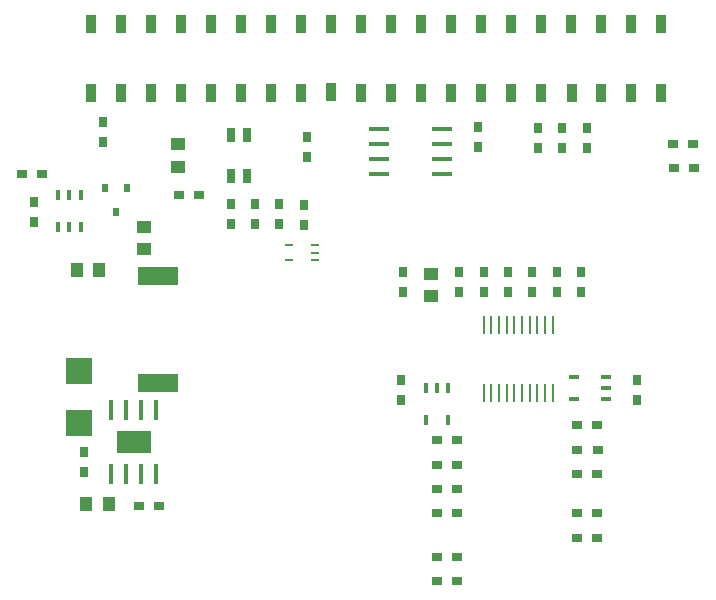
<source format=gbr>
G04 DipTrace 2.4.0.2*
%INTopPaste.gbr*%
%MOIN*%
%ADD40R,0.0315X0.0354*%
%ADD43R,0.0157X0.0709*%
%ADD50R,0.0354X0.0157*%
%ADD58R,0.0276X0.0079*%
%ADD60R,0.0709X0.0157*%
%ADD62R,0.1181X0.0748*%
%ADD65R,0.0315X0.0512*%
%ADD66R,0.0157X0.0354*%
%ADD67R,0.0079X0.063*%
%ADD71R,0.0236X0.0276*%
%ADD74R,0.1339X0.0591*%
%ADD86R,0.0323X0.063*%
%ADD92R,0.0866X0.0866*%
%ADD94R,0.0433X0.0512*%
%ADD96R,0.0512X0.0433*%
%ADD99R,0.0354X0.0315*%
%FSLAX44Y44*%
G04*
G70*
G90*
G75*
G01*
%LNTopPaste*%
%LPD*%
D99*
X18750Y7183D3*
X19419D3*
X24106Y8621D3*
X23437D3*
X23441Y11558D3*
X24110D3*
X23437Y10746D3*
X24106D3*
X18750Y9433D3*
X19419D3*
X18768Y10246D3*
X19437D3*
Y11058D3*
X18768D3*
D40*
X19500Y16808D3*
Y17477D3*
D96*
X18562Y16683D3*
Y17431D3*
D40*
X20312Y17496D3*
Y16826D3*
X25437Y13871D3*
Y13201D3*
D99*
X23437Y12371D3*
X24106D3*
D40*
X17562Y13871D3*
Y13201D3*
D99*
X19437Y11871D3*
X18768D3*
D40*
X20125Y22308D3*
Y21639D3*
D94*
X7812Y9746D3*
X7064D3*
D96*
X9000Y18246D3*
Y18994D3*
D94*
X7500Y17558D3*
X6751D3*
D40*
X7000Y10808D3*
Y11477D3*
X7625Y22477D3*
Y21808D3*
X14437Y21996D3*
Y21326D3*
D92*
X6812Y14183D3*
Y12451D3*
D86*
X26232Y25759D3*
X25232D3*
X24232D3*
X23232D3*
X22232D3*
X21232D3*
X20232D3*
X19232D3*
X18232D3*
X17232D3*
X16232D3*
X15232D3*
X14232D3*
X13232D3*
X12232D3*
X11232D3*
X10232D3*
X9232D3*
X8232D3*
X7232D3*
Y23455D3*
X8232D3*
X9232D3*
X10232D3*
X11232D3*
X12232D3*
X13232D3*
X14232D3*
X15232Y23485D3*
X16232Y23455D3*
X17232D3*
X18232D3*
X19232D3*
X20232D3*
X21232D3*
X22232D3*
X23262D3*
X24232D3*
X25232D3*
X26232D3*
D74*
X9468Y13797D3*
Y17340D3*
D96*
X10125Y20996D3*
Y21744D3*
D65*
X11886Y22061D3*
Y20683D3*
X12437D3*
Y22061D3*
D71*
X8062Y19496D3*
X8436Y20283D3*
X7688D3*
D99*
X18750Y7996D3*
X19419D3*
X24106Y9433D3*
X23437D3*
D40*
X22125Y21621D3*
Y22290D3*
X22937Y21621D3*
Y22290D3*
X23750Y21621D3*
Y22290D3*
X21125Y17496D3*
Y16826D3*
X23562Y17496D3*
Y16826D3*
D99*
X9500Y9683D3*
X8830D3*
X4937Y20746D3*
X5606D3*
D40*
X5312Y19808D3*
Y19139D3*
D99*
X26625Y21746D3*
X27294D3*
X10812Y20058D3*
X10143D3*
X27312Y20933D3*
X26643D3*
D40*
X21937Y17477D3*
Y16808D3*
X22750Y17496D3*
Y16826D3*
X17625Y17496D3*
Y16826D3*
X11875Y19746D3*
Y19076D3*
X12687Y19746D3*
Y19076D3*
X14312Y19058D3*
Y19727D3*
X13500Y19746D3*
Y19076D3*
D67*
X20312Y13433D3*
X20568D3*
X20824D3*
X21080D3*
X21336D3*
X21592D3*
X21847D3*
X22103D3*
X22359D3*
X22615D3*
Y15717D3*
X22359D3*
X22103D3*
X21847D3*
X21592D3*
X21336D3*
X21080D3*
X20824D3*
X20568D3*
X20312D3*
D66*
X19125Y13621D3*
X18751D3*
X18376D3*
Y12558D3*
X19125D3*
D50*
X24375Y13246D3*
Y13620D3*
Y13994D3*
X23312D3*
Y13246D3*
D43*
X7875Y10746D3*
X8375D3*
X8875D3*
X9375D3*
Y12872D3*
X8875D3*
X8375D3*
X7875D3*
D62*
X8664Y11809D3*
D60*
X16812Y22246D3*
Y21746D3*
Y21246D3*
Y20746D3*
X18938D3*
Y21246D3*
Y21746D3*
Y22246D3*
D66*
X6875Y20058D3*
X6501D3*
X6126D3*
Y18995D3*
X6501D3*
X6875D3*
D58*
X14687Y17871D3*
Y18127D3*
Y18383D3*
X13821D3*
Y17871D3*
M02*

</source>
